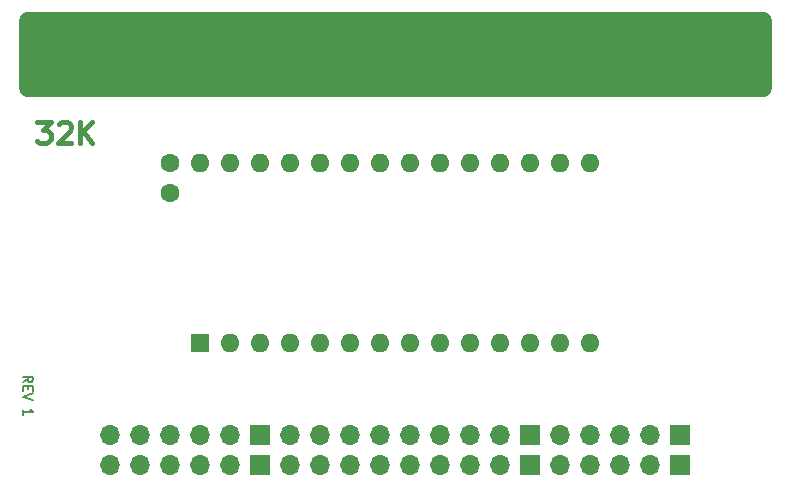
<source format=gbr>
%TF.GenerationSoftware,KiCad,Pcbnew,(5.1.10)-1*%
%TF.CreationDate,2022-08-09T19:56:00-06:00*%
%TF.ProjectId,storage,73746f72-6167-4652-9e6b-696361645f70,rev?*%
%TF.SameCoordinates,Original*%
%TF.FileFunction,Soldermask,Top*%
%TF.FilePolarity,Negative*%
%FSLAX46Y46*%
G04 Gerber Fmt 4.6, Leading zero omitted, Abs format (unit mm)*
G04 Created by KiCad (PCBNEW (5.1.10)-1) date 2022-08-09 19:56:00*
%MOMM*%
%LPD*%
G01*
G04 APERTURE LIST*
%ADD10C,0.400000*%
%ADD11C,0.200000*%
%ADD12C,1.500000*%
%ADD13C,1.600000*%
%ADD14R,1.600000X1.600000*%
%ADD15O,1.600000X1.600000*%
%ADD16O,1.700000X1.700000*%
%ADD17R,1.700000X1.700000*%
G04 APERTURE END LIST*
D10*
X370387857Y-275874285D02*
X371502142Y-275874285D01*
X370902142Y-276560000D01*
X371159285Y-276560000D01*
X371330714Y-276645714D01*
X371416428Y-276731428D01*
X371502142Y-276902857D01*
X371502142Y-277331428D01*
X371416428Y-277502857D01*
X371330714Y-277588571D01*
X371159285Y-277674285D01*
X370645000Y-277674285D01*
X370473571Y-277588571D01*
X370387857Y-277502857D01*
X372187857Y-276045714D02*
X372273571Y-275960000D01*
X372445000Y-275874285D01*
X372873571Y-275874285D01*
X373045000Y-275960000D01*
X373130714Y-276045714D01*
X373216428Y-276217142D01*
X373216428Y-276388571D01*
X373130714Y-276645714D01*
X372102142Y-277674285D01*
X373216428Y-277674285D01*
X373987857Y-277674285D02*
X373987857Y-275874285D01*
X375016428Y-277674285D02*
X374245000Y-276645714D01*
X375016428Y-275874285D02*
X373987857Y-276902857D01*
D11*
X369208095Y-297942142D02*
X369589047Y-297675476D01*
X369208095Y-297485000D02*
X370008095Y-297485000D01*
X370008095Y-297789761D01*
X369970000Y-297865952D01*
X369931904Y-297904047D01*
X369855714Y-297942142D01*
X369741428Y-297942142D01*
X369665238Y-297904047D01*
X369627142Y-297865952D01*
X369589047Y-297789761D01*
X369589047Y-297485000D01*
X369627142Y-298285000D02*
X369627142Y-298551666D01*
X369208095Y-298665952D02*
X369208095Y-298285000D01*
X370008095Y-298285000D01*
X370008095Y-298665952D01*
X370008095Y-298894523D02*
X369208095Y-299161190D01*
X370008095Y-299427857D01*
X369208095Y-300723095D02*
X369208095Y-300265952D01*
X369208095Y-300494523D02*
X370008095Y-300494523D01*
X369893809Y-300418333D01*
X369817619Y-300342142D01*
X369779523Y-300265952D01*
D12*
X431800000Y-273050000D02*
X431800000Y-267335000D01*
X369570000Y-273050000D02*
X369570000Y-267335000D01*
X369570000Y-273050000D02*
X431800000Y-273050000D01*
X369570000Y-272415000D02*
X431800000Y-272415000D01*
X369570000Y-271780000D02*
X431800000Y-271780000D01*
X369570000Y-271145000D02*
X431800000Y-271145000D01*
X369570000Y-270510000D02*
X431800000Y-270510000D01*
X369570000Y-269875000D02*
X431800000Y-269875000D01*
X369570000Y-269240000D02*
X431800000Y-269240000D01*
X369570000Y-268605000D02*
X431800000Y-268605000D01*
X369570000Y-267970000D02*
X431800000Y-267970000D01*
X369570000Y-267335000D02*
X431800000Y-267335000D01*
D13*
%TO.C,0.1uf*%
X381635000Y-281900000D03*
X381635000Y-279400000D03*
%TD*%
D14*
%TO.C,28c256*%
X384172460Y-294640000D03*
D15*
X417192460Y-279400000D03*
X386712460Y-294640000D03*
X414652460Y-279400000D03*
X389252460Y-294640000D03*
X412112460Y-279400000D03*
X391792460Y-294640000D03*
X409572460Y-279400000D03*
X394332460Y-294640000D03*
X407032460Y-279400000D03*
X396872460Y-294640000D03*
X404492460Y-279400000D03*
X399412460Y-294640000D03*
X401952460Y-279400000D03*
X401952460Y-294640000D03*
X399412460Y-279400000D03*
X404492460Y-294640000D03*
X396872460Y-279400000D03*
X407032460Y-294640000D03*
X394332460Y-279400000D03*
X409572460Y-294640000D03*
X391792460Y-279400000D03*
X412112460Y-294640000D03*
X389252460Y-279400000D03*
X414652460Y-294640000D03*
X386712460Y-279400000D03*
X417192460Y-294640000D03*
X384172460Y-279400000D03*
%TD*%
D16*
%TO.C,20pin conn.*%
X376555000Y-304987960D03*
X376555000Y-302447960D03*
X379095000Y-304987960D03*
X379095000Y-302447960D03*
X381635000Y-304987960D03*
X381635000Y-302447960D03*
X384175000Y-304987960D03*
X384175000Y-302447960D03*
X386715000Y-304987960D03*
X386715000Y-302447960D03*
D17*
X389255000Y-304987960D03*
X389255000Y-302447960D03*
D16*
X391795000Y-304987960D03*
X391795000Y-302447960D03*
X394335000Y-304987960D03*
X394335000Y-302447960D03*
X396875000Y-304987960D03*
X396875000Y-302447960D03*
X399415000Y-304987960D03*
X399415000Y-302447960D03*
X401955000Y-304987960D03*
X401955000Y-302447960D03*
X404495000Y-304987960D03*
X404495000Y-302447960D03*
X407035000Y-304987960D03*
X407035000Y-302447960D03*
X409575000Y-304987960D03*
X409575000Y-302447960D03*
D17*
X412115000Y-304987960D03*
X412115000Y-302447960D03*
D16*
X414655000Y-304987960D03*
X414655000Y-302447960D03*
X417195000Y-304987960D03*
X417195000Y-302447960D03*
X419735000Y-304987960D03*
X419735000Y-302447960D03*
X422275000Y-304987960D03*
X422275000Y-302447960D03*
D17*
X424815000Y-304987960D03*
X424815000Y-302447960D03*
%TD*%
M02*

</source>
